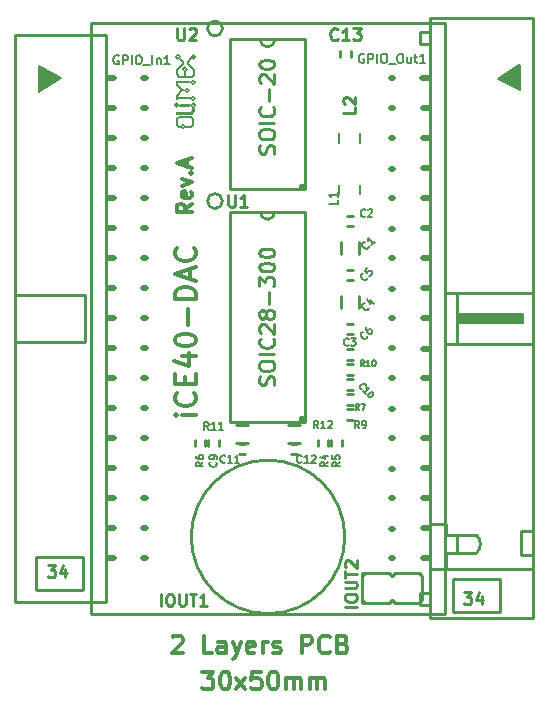
<source format=gbr>
G04 #@! TF.FileFunction,Legend,Top*
%FSLAX46Y46*%
G04 Gerber Fmt 4.6, Leading zero omitted, Abs format (unit mm)*
G04 Created by KiCad (PCBNEW 4.0.1-3.201512221401+6198~38~ubuntu15.10.1-stable) date Thu 31 Mar 2016 03:59:41 PM EEST*
%MOMM*%
G01*
G04 APERTURE LIST*
%ADD10C,0.100000*%
%ADD11C,0.300000*%
%ADD12C,0.254000*%
%ADD13C,0.500000*%
%ADD14C,0.150000*%
%ADD15C,0.127000*%
%ADD16C,0.012700*%
%ADD17C,0.062500*%
%ADD18C,0.010000*%
%ADD19C,0.200000*%
%ADD20C,0.158750*%
%ADD21C,0.250000*%
%ADD22C,0.222250*%
%ADD23C,0.190500*%
G04 APERTURE END LIST*
D10*
D11*
X133543524Y-85301666D02*
X132938762Y-85724999D01*
X133543524Y-86027380D02*
X132273524Y-86027380D01*
X132273524Y-85543571D01*
X132334000Y-85422618D01*
X132394476Y-85362142D01*
X132515429Y-85301666D01*
X132696857Y-85301666D01*
X132817810Y-85362142D01*
X132878286Y-85422618D01*
X132938762Y-85543571D01*
X132938762Y-86027380D01*
X133483048Y-84273571D02*
X133543524Y-84394523D01*
X133543524Y-84636428D01*
X133483048Y-84757380D01*
X133362095Y-84817856D01*
X132878286Y-84817856D01*
X132757333Y-84757380D01*
X132696857Y-84636428D01*
X132696857Y-84394523D01*
X132757333Y-84273571D01*
X132878286Y-84213094D01*
X132999238Y-84213094D01*
X133120190Y-84817856D01*
X132696857Y-83789761D02*
X133543524Y-83487380D01*
X132696857Y-83185000D01*
X133422571Y-82701190D02*
X133483048Y-82640714D01*
X133543524Y-82701190D01*
X133483048Y-82761666D01*
X133422571Y-82701190D01*
X133543524Y-82701190D01*
X133180667Y-82156904D02*
X133180667Y-81552142D01*
X133543524Y-82277857D02*
X132273524Y-81854523D01*
X133543524Y-81431190D01*
X133900333Y-103166333D02*
X132715000Y-103166333D01*
X132122333Y-103166333D02*
X132207000Y-103250999D01*
X132291667Y-103166333D01*
X132207000Y-103081666D01*
X132122333Y-103166333D01*
X132291667Y-103166333D01*
X133731000Y-101303666D02*
X133815667Y-101388332D01*
X133900333Y-101642332D01*
X133900333Y-101811666D01*
X133815667Y-102065666D01*
X133646333Y-102234999D01*
X133477000Y-102319666D01*
X133138333Y-102404332D01*
X132884333Y-102404332D01*
X132545667Y-102319666D01*
X132376333Y-102234999D01*
X132207000Y-102065666D01*
X132122333Y-101811666D01*
X132122333Y-101642332D01*
X132207000Y-101388332D01*
X132291667Y-101303666D01*
X132969000Y-100541666D02*
X132969000Y-99948999D01*
X133900333Y-99694999D02*
X133900333Y-100541666D01*
X132122333Y-100541666D01*
X132122333Y-99694999D01*
X132715000Y-98170999D02*
X133900333Y-98170999D01*
X132037667Y-98594332D02*
X133307667Y-99017665D01*
X133307667Y-97916999D01*
X132122333Y-96900999D02*
X132122333Y-96731666D01*
X132207000Y-96562332D01*
X132291667Y-96477666D01*
X132461000Y-96392999D01*
X132799667Y-96308332D01*
X133223000Y-96308332D01*
X133561667Y-96392999D01*
X133731000Y-96477666D01*
X133815667Y-96562332D01*
X133900333Y-96731666D01*
X133900333Y-96900999D01*
X133815667Y-97070332D01*
X133731000Y-97154999D01*
X133561667Y-97239666D01*
X133223000Y-97324332D01*
X132799667Y-97324332D01*
X132461000Y-97239666D01*
X132291667Y-97154999D01*
X132207000Y-97070332D01*
X132122333Y-96900999D01*
X133223000Y-95546333D02*
X133223000Y-94191666D01*
X133900333Y-93345000D02*
X132122333Y-93345000D01*
X132122333Y-92921666D01*
X132207000Y-92667666D01*
X132376333Y-92498333D01*
X132545667Y-92413666D01*
X132884333Y-92329000D01*
X133138333Y-92329000D01*
X133477000Y-92413666D01*
X133646333Y-92498333D01*
X133815667Y-92667666D01*
X133900333Y-92921666D01*
X133900333Y-93345000D01*
X133392333Y-91651666D02*
X133392333Y-90805000D01*
X133900333Y-91821000D02*
X132122333Y-91228333D01*
X133900333Y-90635666D01*
X133731000Y-89027000D02*
X133815667Y-89111666D01*
X133900333Y-89365666D01*
X133900333Y-89535000D01*
X133815667Y-89789000D01*
X133646333Y-89958333D01*
X133477000Y-90043000D01*
X133138333Y-90127666D01*
X132884333Y-90127666D01*
X132545667Y-90043000D01*
X132376333Y-89958333D01*
X132207000Y-89789000D01*
X132122333Y-89535000D01*
X132122333Y-89365666D01*
X132207000Y-89111666D01*
X132291667Y-89027000D01*
D12*
X142875000Y-103378000D02*
X142875000Y-103759000D01*
X142748000Y-103378000D02*
X142748000Y-103759000D01*
X143129000Y-103378000D02*
X142748000Y-103378000D01*
X142875000Y-83947000D02*
X142875000Y-84074000D01*
X142875000Y-83693000D02*
X142875000Y-83947000D01*
X142748000Y-83693000D02*
X142748000Y-84074000D01*
X143129000Y-83693000D02*
X142748000Y-83693000D01*
D11*
X131926143Y-122003429D02*
X131997572Y-121932000D01*
X132140429Y-121860571D01*
X132497572Y-121860571D01*
X132640429Y-121932000D01*
X132711858Y-122003429D01*
X132783286Y-122146286D01*
X132783286Y-122289143D01*
X132711858Y-122503429D01*
X131854715Y-123360571D01*
X132783286Y-123360571D01*
X135283286Y-123360571D02*
X134569000Y-123360571D01*
X134569000Y-121860571D01*
X136426143Y-123360571D02*
X136426143Y-122574857D01*
X136354714Y-122432000D01*
X136211857Y-122360571D01*
X135926143Y-122360571D01*
X135783286Y-122432000D01*
X136426143Y-123289143D02*
X136283286Y-123360571D01*
X135926143Y-123360571D01*
X135783286Y-123289143D01*
X135711857Y-123146286D01*
X135711857Y-123003429D01*
X135783286Y-122860571D01*
X135926143Y-122789143D01*
X136283286Y-122789143D01*
X136426143Y-122717714D01*
X136997572Y-122360571D02*
X137354715Y-123360571D01*
X137711857Y-122360571D02*
X137354715Y-123360571D01*
X137211857Y-123717714D01*
X137140429Y-123789143D01*
X136997572Y-123860571D01*
X138854714Y-123289143D02*
X138711857Y-123360571D01*
X138426143Y-123360571D01*
X138283286Y-123289143D01*
X138211857Y-123146286D01*
X138211857Y-122574857D01*
X138283286Y-122432000D01*
X138426143Y-122360571D01*
X138711857Y-122360571D01*
X138854714Y-122432000D01*
X138926143Y-122574857D01*
X138926143Y-122717714D01*
X138211857Y-122860571D01*
X139569000Y-123360571D02*
X139569000Y-122360571D01*
X139569000Y-122646286D02*
X139640428Y-122503429D01*
X139711857Y-122432000D01*
X139854714Y-122360571D01*
X139997571Y-122360571D01*
X140426142Y-123289143D02*
X140568999Y-123360571D01*
X140854714Y-123360571D01*
X140997571Y-123289143D01*
X141068999Y-123146286D01*
X141068999Y-123074857D01*
X140997571Y-122932000D01*
X140854714Y-122860571D01*
X140640428Y-122860571D01*
X140497571Y-122789143D01*
X140426142Y-122646286D01*
X140426142Y-122574857D01*
X140497571Y-122432000D01*
X140640428Y-122360571D01*
X140854714Y-122360571D01*
X140997571Y-122432000D01*
X142854714Y-123360571D02*
X142854714Y-121860571D01*
X143426142Y-121860571D01*
X143569000Y-121932000D01*
X143640428Y-122003429D01*
X143711857Y-122146286D01*
X143711857Y-122360571D01*
X143640428Y-122503429D01*
X143569000Y-122574857D01*
X143426142Y-122646286D01*
X142854714Y-122646286D01*
X145211857Y-123217714D02*
X145140428Y-123289143D01*
X144926142Y-123360571D01*
X144783285Y-123360571D01*
X144569000Y-123289143D01*
X144426142Y-123146286D01*
X144354714Y-123003429D01*
X144283285Y-122717714D01*
X144283285Y-122503429D01*
X144354714Y-122217714D01*
X144426142Y-122074857D01*
X144569000Y-121932000D01*
X144783285Y-121860571D01*
X144926142Y-121860571D01*
X145140428Y-121932000D01*
X145211857Y-122003429D01*
X146354714Y-122574857D02*
X146569000Y-122646286D01*
X146640428Y-122717714D01*
X146711857Y-122860571D01*
X146711857Y-123074857D01*
X146640428Y-123217714D01*
X146569000Y-123289143D01*
X146426142Y-123360571D01*
X145854714Y-123360571D01*
X145854714Y-121860571D01*
X146354714Y-121860571D01*
X146497571Y-121932000D01*
X146569000Y-122003429D01*
X146640428Y-122146286D01*
X146640428Y-122289143D01*
X146569000Y-122432000D01*
X146497571Y-122503429D01*
X146354714Y-122574857D01*
X145854714Y-122574857D01*
X134450001Y-124908571D02*
X135378572Y-124908571D01*
X134878572Y-125480000D01*
X135092858Y-125480000D01*
X135235715Y-125551429D01*
X135307144Y-125622857D01*
X135378572Y-125765714D01*
X135378572Y-126122857D01*
X135307144Y-126265714D01*
X135235715Y-126337143D01*
X135092858Y-126408571D01*
X134664286Y-126408571D01*
X134521429Y-126337143D01*
X134450001Y-126265714D01*
X136307143Y-124908571D02*
X136450000Y-124908571D01*
X136592857Y-124980000D01*
X136664286Y-125051429D01*
X136735715Y-125194286D01*
X136807143Y-125480000D01*
X136807143Y-125837143D01*
X136735715Y-126122857D01*
X136664286Y-126265714D01*
X136592857Y-126337143D01*
X136450000Y-126408571D01*
X136307143Y-126408571D01*
X136164286Y-126337143D01*
X136092857Y-126265714D01*
X136021429Y-126122857D01*
X135950000Y-125837143D01*
X135950000Y-125480000D01*
X136021429Y-125194286D01*
X136092857Y-125051429D01*
X136164286Y-124980000D01*
X136307143Y-124908571D01*
X137307143Y-126408571D02*
X138092857Y-125408571D01*
X137307143Y-125408571D02*
X138092857Y-126408571D01*
X139378572Y-124908571D02*
X138664286Y-124908571D01*
X138592857Y-125622857D01*
X138664286Y-125551429D01*
X138807143Y-125480000D01*
X139164286Y-125480000D01*
X139307143Y-125551429D01*
X139378572Y-125622857D01*
X139450000Y-125765714D01*
X139450000Y-126122857D01*
X139378572Y-126265714D01*
X139307143Y-126337143D01*
X139164286Y-126408571D01*
X138807143Y-126408571D01*
X138664286Y-126337143D01*
X138592857Y-126265714D01*
X140378571Y-124908571D02*
X140521428Y-124908571D01*
X140664285Y-124980000D01*
X140735714Y-125051429D01*
X140807143Y-125194286D01*
X140878571Y-125480000D01*
X140878571Y-125837143D01*
X140807143Y-126122857D01*
X140735714Y-126265714D01*
X140664285Y-126337143D01*
X140521428Y-126408571D01*
X140378571Y-126408571D01*
X140235714Y-126337143D01*
X140164285Y-126265714D01*
X140092857Y-126122857D01*
X140021428Y-125837143D01*
X140021428Y-125480000D01*
X140092857Y-125194286D01*
X140164285Y-125051429D01*
X140235714Y-124980000D01*
X140378571Y-124908571D01*
X141521428Y-126408571D02*
X141521428Y-125408571D01*
X141521428Y-125551429D02*
X141592856Y-125480000D01*
X141735714Y-125408571D01*
X141949999Y-125408571D01*
X142092856Y-125480000D01*
X142164285Y-125622857D01*
X142164285Y-126408571D01*
X142164285Y-125622857D02*
X142235714Y-125480000D01*
X142378571Y-125408571D01*
X142592856Y-125408571D01*
X142735714Y-125480000D01*
X142807142Y-125622857D01*
X142807142Y-126408571D01*
X143521428Y-126408571D02*
X143521428Y-125408571D01*
X143521428Y-125551429D02*
X143592856Y-125480000D01*
X143735714Y-125408571D01*
X143949999Y-125408571D01*
X144092856Y-125480000D01*
X144164285Y-125622857D01*
X144164285Y-126408571D01*
X144164285Y-125622857D02*
X144235714Y-125480000D01*
X144378571Y-125408571D01*
X144592856Y-125408571D01*
X144735714Y-125480000D01*
X144807142Y-125622857D01*
X144807142Y-126408571D01*
D12*
X125000000Y-120000000D02*
X125000000Y-70000000D01*
X155000000Y-120000000D02*
X125000000Y-120000000D01*
X155000000Y-70000000D02*
X155000000Y-120000000D01*
X125000000Y-70000000D02*
X155000000Y-70000000D01*
D13*
X150596600Y-84848700D02*
X150393400Y-84848700D01*
X150596600Y-82321400D02*
X150393400Y-82321400D01*
X150596600Y-79756000D02*
X150393400Y-79756000D01*
X150596600Y-77216000D02*
X150393400Y-77216000D01*
X150596600Y-74676000D02*
X150393400Y-74676000D01*
X153581100Y-115328700D02*
X153085800Y-115328700D01*
X153581100Y-97561400D02*
X153085800Y-97561400D01*
X153581100Y-94996000D02*
X153085800Y-94996000D01*
X153581100Y-92456000D02*
X153085800Y-92456000D01*
X153555700Y-74676000D02*
X153060400Y-74676000D01*
D12*
X153568400Y-118237000D02*
X152895300Y-118237000D01*
X152895300Y-118237000D02*
X152895300Y-119240300D01*
X152895300Y-119240300D02*
X153568400Y-119240300D01*
X153555700Y-70751700D02*
X152895300Y-70751700D01*
X152895300Y-70751700D02*
X152895300Y-71755000D01*
X152895300Y-71755000D02*
X153568400Y-71755000D01*
X155661360Y-117083840D02*
X155666440Y-119882920D01*
X155666440Y-119882920D02*
X159672020Y-119888000D01*
X159672020Y-119888000D02*
X159669480Y-117083840D01*
X159669480Y-117083840D02*
X155663900Y-117083840D01*
X161417000Y-113030000D02*
X161417000Y-115062000D01*
X161422080Y-115062000D02*
X162433000Y-115062000D01*
X162433000Y-113030000D02*
X161432240Y-113030000D01*
X157683200Y-114835940D02*
G75*
G03X157683200Y-113372900I-731520J731520D01*
G01*
X156022040Y-114866420D02*
X157596840Y-114866420D01*
X156001720Y-113317020D02*
X157596840Y-113322100D01*
X155087320Y-113311940D02*
X156027120Y-113317020D01*
X156027120Y-113317020D02*
X156027120Y-114876580D01*
X156027120Y-114876580D02*
X155097480Y-114876580D01*
X155100020Y-116230400D02*
X155100020Y-114874040D01*
X155087320Y-112420400D02*
X155087320Y-113311940D01*
D14*
X158910020Y-94884240D02*
X156674820Y-94856300D01*
D12*
X162433000Y-116248180D02*
X153720800Y-116248180D01*
D14*
X156865320Y-94871540D02*
X156090620Y-94858840D01*
X156090620Y-94858840D02*
X156093160Y-95250000D01*
X160845500Y-74437240D02*
X161109660Y-74114660D01*
X161163000Y-75150980D02*
X160967420Y-75044300D01*
X159900620Y-74754740D02*
X159603440Y-74693780D01*
X161256980Y-73718420D02*
X159710120Y-74693780D01*
X159710120Y-74693780D02*
X161256980Y-75509120D01*
X161256980Y-75509120D02*
X161264600Y-73847960D01*
X161264600Y-73847960D02*
X159923480Y-74678540D01*
X159923480Y-74678540D02*
X161180780Y-75349100D01*
X161180780Y-75349100D02*
X161165540Y-73977500D01*
X161165540Y-73977500D02*
X160136840Y-74678540D01*
X160136840Y-74678540D02*
X161112200Y-75219560D01*
X161112200Y-75219560D02*
X161058860Y-74190860D01*
X161058860Y-74190860D02*
X160312100Y-74716640D01*
X160312100Y-74716640D02*
X161051240Y-75006200D01*
X161051240Y-75006200D02*
X160967420Y-74419460D01*
X160967420Y-74419460D02*
X160525460Y-74709020D01*
X160525460Y-74709020D02*
X160975040Y-74853800D01*
X160975040Y-74853800D02*
X160929320Y-74571860D01*
X160929320Y-74571860D02*
X160822640Y-74747120D01*
X160822640Y-74747120D02*
X160754060Y-74640440D01*
X160754060Y-74640440D02*
X160746440Y-74648060D01*
X161335720Y-73738740D02*
X161340800Y-73545700D01*
X161340800Y-73703180D02*
X161340800Y-75699620D01*
X161340800Y-75699620D02*
X159451040Y-74693780D01*
X159451040Y-74693780D02*
X161264600Y-73566020D01*
X161264600Y-73566020D02*
X161340800Y-73520300D01*
X161523680Y-95283020D02*
X156143960Y-95237300D01*
X161508440Y-95161100D02*
X156143960Y-95145860D01*
X161508440Y-95039180D02*
X156113480Y-95023940D01*
X161508440Y-94917260D02*
X156128720Y-94932500D01*
X161554160Y-94780100D02*
X156083000Y-94780100D01*
X155996640Y-94640400D02*
X161554160Y-94640400D01*
X161554160Y-94640400D02*
X161554160Y-95351600D01*
X161554160Y-95351600D02*
X156006800Y-95351600D01*
D12*
X155989020Y-92854780D02*
X155989020Y-97155000D01*
X155087320Y-112420400D02*
X153753820Y-112420400D01*
X154965400Y-97155000D02*
X162433000Y-97155000D01*
X154965400Y-92837000D02*
X162433000Y-92837000D01*
X154962860Y-97155000D02*
X154962860Y-92837000D01*
X153720800Y-120396000D02*
X162433000Y-120396000D01*
X153720800Y-69596000D02*
X162433000Y-69596000D01*
X162433000Y-69596000D02*
X162433000Y-120396000D01*
X153720800Y-69596000D02*
X153720800Y-120396000D01*
D13*
X153581100Y-89916000D02*
X153085800Y-89916000D01*
X153581100Y-87376000D02*
X153085800Y-87376000D01*
X153581100Y-84836000D02*
X153085800Y-84836000D01*
X153581100Y-82296000D02*
X153085800Y-82296000D01*
X153581100Y-79756000D02*
X153085800Y-79756000D01*
X153581100Y-77216000D02*
X153085800Y-77216000D01*
X150596600Y-87401400D02*
X150393400Y-87401400D01*
X150596600Y-89928700D02*
X150393400Y-89928700D01*
X150596600Y-92481400D02*
X150393400Y-92481400D01*
X150596600Y-95008700D02*
X150393400Y-95008700D01*
X150596600Y-97536000D02*
X150393400Y-97536000D01*
X150596600Y-105168700D02*
X150393400Y-105168700D01*
X150596600Y-112801400D02*
X150393400Y-112801400D01*
X150596600Y-115328700D02*
X150393400Y-115328700D01*
X150596600Y-110248700D02*
X150393400Y-110248700D01*
X150596600Y-107721400D02*
X150393400Y-107721400D01*
X150596600Y-100076000D02*
X150393400Y-100076000D01*
X150596600Y-102641400D02*
X150393400Y-102641400D01*
X153581100Y-100076000D02*
X153085800Y-100076000D01*
X153581100Y-102616000D02*
X153085800Y-102616000D01*
X153581100Y-105156000D02*
X153085800Y-105156000D01*
X153581100Y-107696000D02*
X153085800Y-107696000D01*
X153581100Y-110236000D02*
X153085800Y-110236000D01*
X153581100Y-112776000D02*
X153085800Y-112776000D01*
D12*
X147701000Y-89535000D02*
X147701000Y-88519000D01*
X146177000Y-89535000D02*
X146177000Y-88519000D01*
X142240000Y-106489500D02*
X142494000Y-106489500D01*
X142240000Y-106489500D02*
X141986000Y-106489500D01*
X142240000Y-105600500D02*
X141986000Y-105600500D01*
X142240000Y-105600500D02*
X142494000Y-105600500D01*
X144208500Y-105537000D02*
X144208500Y-105791000D01*
X144208500Y-105537000D02*
X144208500Y-105283000D01*
X145097500Y-105537000D02*
X145097500Y-105283000D01*
X145097500Y-105537000D02*
X145097500Y-105791000D01*
X145351500Y-105537000D02*
X145351500Y-105791000D01*
X145351500Y-105537000D02*
X145351500Y-105283000D01*
X146240500Y-105537000D02*
X146240500Y-105283000D01*
X146240500Y-105537000D02*
X146240500Y-105791000D01*
X133794500Y-105537000D02*
X133794500Y-105791000D01*
X133794500Y-105537000D02*
X133794500Y-105283000D01*
X134683500Y-105537000D02*
X134683500Y-105283000D01*
X134683500Y-105537000D02*
X134683500Y-105791000D01*
X146939000Y-101409500D02*
X146685000Y-101409500D01*
X146939000Y-101409500D02*
X147193000Y-101409500D01*
X146939000Y-102298500D02*
X147193000Y-102298500D01*
X146939000Y-102298500D02*
X146685000Y-102298500D01*
X146939000Y-102679500D02*
X146685000Y-102679500D01*
X146939000Y-102679500D02*
X147193000Y-102679500D01*
X146939000Y-103568500D02*
X147193000Y-103568500D01*
X146939000Y-103568500D02*
X146685000Y-103568500D01*
X146939000Y-87185500D02*
X147193000Y-87185500D01*
X146939000Y-87185500D02*
X146685000Y-87185500D01*
X146939000Y-86296500D02*
X146685000Y-86296500D01*
X146939000Y-86296500D02*
X147193000Y-86296500D01*
X147701000Y-94107000D02*
X147701000Y-93091000D01*
X146177000Y-94107000D02*
X146177000Y-93091000D01*
X146939000Y-91757500D02*
X147193000Y-91757500D01*
X146939000Y-91757500D02*
X146685000Y-91757500D01*
X146939000Y-90868500D02*
X146685000Y-90868500D01*
X146939000Y-90868500D02*
X147193000Y-90868500D01*
X146939000Y-95440500D02*
X146685000Y-95440500D01*
X146939000Y-95440500D02*
X147193000Y-95440500D01*
X146939000Y-96329500D02*
X147193000Y-96329500D01*
X146939000Y-96329500D02*
X146685000Y-96329500D01*
X146939000Y-100139500D02*
X146685000Y-100139500D01*
X146939000Y-100139500D02*
X147193000Y-100139500D01*
X146939000Y-101028500D02*
X147193000Y-101028500D01*
X146939000Y-101028500D02*
X146685000Y-101028500D01*
D15*
X147828000Y-84505800D02*
X147828000Y-83667600D01*
X146050000Y-84505800D02*
X146050000Y-83667600D01*
D12*
X146939000Y-97599500D02*
X146685000Y-97599500D01*
X146939000Y-97599500D02*
X147193000Y-97599500D01*
X146939000Y-98488500D02*
X147193000Y-98488500D01*
X146939000Y-98488500D02*
X146685000Y-98488500D01*
X135826500Y-105537000D02*
X135826500Y-105283000D01*
X135826500Y-105537000D02*
X135826500Y-105791000D01*
X134937500Y-105537000D02*
X134937500Y-105791000D01*
X134937500Y-105537000D02*
X134937500Y-105283000D01*
X137795000Y-105600500D02*
X137541000Y-105600500D01*
X137795000Y-105600500D02*
X138049000Y-105600500D01*
X137795000Y-106489500D02*
X138049000Y-106489500D01*
X137795000Y-106489500D02*
X137541000Y-106489500D01*
X146500000Y-113500000D02*
G75*
G03X146500000Y-113500000I-6500000J0D01*
G01*
D15*
X146050000Y-79324200D02*
X146050000Y-80162400D01*
X147828000Y-79324200D02*
X147828000Y-80162400D01*
D12*
X146939000Y-98869500D02*
X146685000Y-98869500D01*
X146939000Y-98869500D02*
X147193000Y-98869500D01*
X146939000Y-99758500D02*
X147193000Y-99758500D01*
X146939000Y-99758500D02*
X146685000Y-99758500D01*
X138303000Y-104013000D02*
X137287000Y-104013000D01*
X138303000Y-105537000D02*
X137287000Y-105537000D01*
X141732000Y-105537000D02*
X142748000Y-105537000D01*
X141732000Y-104013000D02*
X142748000Y-104013000D01*
X147002500Y-72644000D02*
X147002500Y-72390000D01*
X147002500Y-72644000D02*
X147002500Y-72898000D01*
X146113500Y-72644000D02*
X146113500Y-72898000D01*
X146113500Y-72644000D02*
X146113500Y-72390000D01*
X139954000Y-72009000D02*
G75*
G03X140589000Y-71374000I0J635000D01*
G01*
X139319000Y-71374000D02*
G75*
G03X139954000Y-72009000I635000J0D01*
G01*
X136144000Y-70459600D02*
G75*
G03X136144000Y-70459600I-635000J0D01*
G01*
X136779000Y-71374000D02*
X143129000Y-71374000D01*
X143129000Y-71374000D02*
X143129000Y-84074000D01*
X143129000Y-84074000D02*
X136779000Y-84074000D01*
X136779000Y-84074000D02*
X136779000Y-71374000D01*
X147955000Y-116586000D02*
X148209000Y-116586000D01*
X148209000Y-116586000D02*
X150241000Y-116586000D01*
X150241000Y-116586000D02*
X150495000Y-116840000D01*
X150495000Y-116840000D02*
X150749000Y-116586000D01*
X150749000Y-116586000D02*
X152781000Y-116586000D01*
X152781000Y-116586000D02*
X153035000Y-116840000D01*
X153035000Y-116840000D02*
X153035000Y-118872000D01*
X147955000Y-116840000D02*
X148209000Y-116586000D01*
X148209000Y-119126000D02*
X147955000Y-118872000D01*
X148463000Y-119126000D02*
X147955000Y-119126000D01*
X152781000Y-119126000D02*
X150749000Y-119126000D01*
X150749000Y-119126000D02*
X150495000Y-118872000D01*
X150495000Y-118872000D02*
X150241000Y-119126000D01*
X150241000Y-119126000D02*
X148463000Y-119126000D01*
X152781000Y-119126000D02*
X153035000Y-118872000D01*
X147955000Y-116586000D02*
X147955000Y-119126000D01*
X139954000Y-86614000D02*
G75*
G03X140589000Y-85979000I0J635000D01*
G01*
X139319000Y-85979000D02*
G75*
G03X139954000Y-86614000I635000J0D01*
G01*
X136144000Y-85064600D02*
G75*
G03X136144000Y-85064600I-635000J0D01*
G01*
X136779000Y-85979000D02*
X143129000Y-85979000D01*
X143129000Y-85979000D02*
X143129000Y-103759000D01*
X143129000Y-103759000D02*
X136779000Y-103759000D01*
X136779000Y-103759000D02*
X136779000Y-85979000D01*
D16*
X132194300Y-74917300D02*
X132209540Y-74917300D01*
X132196840Y-74932540D02*
X132196840Y-74912220D01*
X132191760Y-74909680D02*
X132222240Y-74909680D01*
X132186680Y-74945240D02*
X132186680Y-74907140D01*
X132176520Y-74985880D02*
X132176520Y-74899520D01*
X132176520Y-74899520D02*
X132273040Y-74899520D01*
X132201920Y-76446380D02*
X132201920Y-76431140D01*
X132181600Y-76448920D02*
X132222240Y-76448920D01*
X132189220Y-76405740D02*
X132189220Y-76451460D01*
X132273040Y-76459080D02*
X132176520Y-76459080D01*
X132176520Y-76459080D02*
X132176520Y-76131420D01*
X133271260Y-77030580D02*
X133271260Y-76845160D01*
X133283960Y-77030580D02*
X133283960Y-76847700D01*
X133296660Y-77030580D02*
X133296660Y-76847700D01*
X133309360Y-77028040D02*
X133309360Y-76845160D01*
X133322060Y-77033120D02*
X132499100Y-77033120D01*
X133225540Y-76842620D02*
X133322060Y-76842620D01*
X133322060Y-76842620D02*
X133322060Y-77033120D01*
X132196840Y-77530960D02*
X132275580Y-77530960D01*
X132196840Y-77716380D02*
X132270500Y-77716380D01*
D17*
X132227320Y-77599540D02*
X132227320Y-77551280D01*
X132224780Y-77696060D02*
X132224780Y-77647800D01*
D18*
X132194300Y-77622400D02*
X132194300Y-77520800D01*
X132194300Y-77520800D02*
X133451600Y-77520800D01*
X133743700Y-77470000D02*
X133731000Y-77482700D01*
X133743700Y-77482700D02*
X133743700Y-77165200D01*
X133527800Y-77711300D02*
X133502400Y-77724000D01*
X133489700Y-77724000D02*
X133502400Y-77724000D01*
X133502400Y-77724000D02*
X133515100Y-77724000D01*
X133515100Y-77724000D02*
X133743700Y-77482700D01*
X132194300Y-77622400D02*
X132194300Y-77724000D01*
X132194300Y-77724000D02*
X133489700Y-77724000D01*
D19*
X133654800Y-78117700D02*
X133654800Y-78613000D01*
X133654800Y-78613000D02*
X133515100Y-78765400D01*
X132613400Y-78765400D02*
X132448300Y-78765400D01*
X132448300Y-78765400D02*
X132295900Y-78613000D01*
X132295900Y-78613000D02*
X132295900Y-78130400D01*
D14*
X133141739Y-73888600D02*
G75*
G03X133141739Y-73888600I-172739J0D01*
G01*
D19*
X132969000Y-74091800D02*
X132969000Y-74523600D01*
D14*
X132532139Y-72847200D02*
G75*
G03X132532139Y-72847200I-172739J0D01*
G01*
D19*
X132791200Y-73253600D02*
X132537200Y-72999600D01*
X132791200Y-73456800D02*
X132791200Y-73253600D01*
X132295900Y-73952100D02*
X132791200Y-73456800D01*
X132295900Y-74345800D02*
X132295900Y-73952100D01*
X132981700Y-74523600D02*
X132473700Y-74523600D01*
X132473700Y-74523600D02*
X132295900Y-74345800D01*
X133540500Y-74523600D02*
X132969000Y-74523600D01*
X133718300Y-74358500D02*
X133540500Y-74523600D01*
X133718300Y-73964800D02*
X133718300Y-74358500D01*
X133210300Y-73456800D02*
X133718300Y-73964800D01*
X133210300Y-73266300D02*
X133210300Y-73456800D01*
X133502400Y-72974200D02*
X133210300Y-73266300D01*
D14*
X133840239Y-72859900D02*
G75*
G03X133840239Y-72859900I-172739J0D01*
G01*
X133827539Y-74993500D02*
G75*
G03X133827539Y-74993500I-172739J0D01*
G01*
D19*
X132270500Y-74993500D02*
X133400800Y-74993500D01*
X132270500Y-75209400D02*
X132270500Y-74993500D01*
D14*
X133319539Y-75692000D02*
G75*
G03X133319539Y-75692000I-172739J0D01*
G01*
D19*
X132740400Y-75692000D02*
X132270500Y-75209400D01*
X132715000Y-75692000D02*
X132918200Y-75692000D01*
X132270500Y-76136500D02*
X132715000Y-75692000D01*
X132270500Y-76365100D02*
X132270500Y-76136500D01*
X133438900Y-76365100D02*
X132270500Y-76365100D01*
D14*
X133827539Y-76365100D02*
G75*
G03X133827539Y-76365100I-172739J0D01*
G01*
X132455939Y-76936600D02*
G75*
G03X132455939Y-76936600I-172739J0D01*
G01*
D19*
X132511800Y-76936600D02*
X133223000Y-76936600D01*
D14*
X133827539Y-76936600D02*
G75*
G03X133827539Y-76936600I-172739J0D01*
G01*
D19*
X133642100Y-77444600D02*
X133642100Y-77165200D01*
X133477000Y-77622400D02*
X133642100Y-77444600D01*
X132295900Y-77622400D02*
X133477000Y-77622400D01*
X133045200Y-78765400D02*
X133489700Y-78765400D01*
X133654800Y-78117700D02*
X133515100Y-77978000D01*
X132486400Y-77978000D02*
X133489700Y-77978000D01*
X132297700Y-78130400D02*
X132448300Y-77978000D01*
D14*
X132989339Y-78765400D02*
G75*
G03X132989339Y-78765400I-172739J0D01*
G01*
D13*
X129438400Y-105143300D02*
X129641600Y-105143300D01*
X129438400Y-107670600D02*
X129641600Y-107670600D01*
X129438400Y-110236000D02*
X129641600Y-110236000D01*
X129438400Y-112776000D02*
X129641600Y-112776000D01*
X129438400Y-115316000D02*
X129641600Y-115316000D01*
X126453900Y-74663300D02*
X126949200Y-74663300D01*
X126453900Y-92430600D02*
X126949200Y-92430600D01*
X126453900Y-94996000D02*
X126949200Y-94996000D01*
X126453900Y-97536000D02*
X126949200Y-97536000D01*
X126479300Y-115316000D02*
X126974600Y-115316000D01*
D12*
X124373640Y-117993160D02*
X124368560Y-115194080D01*
X124368560Y-115194080D02*
X120362980Y-115189000D01*
X120362980Y-115189000D02*
X120365520Y-117993160D01*
X120365520Y-117993160D02*
X124371100Y-117993160D01*
D14*
X121094500Y-74914760D02*
X120830340Y-75237340D01*
X120777000Y-74201020D02*
X120972580Y-74307700D01*
X122039380Y-74597260D02*
X122336560Y-74658220D01*
X120683020Y-75633580D02*
X122229880Y-74658220D01*
X122229880Y-74658220D02*
X120683020Y-73842880D01*
X120683020Y-73842880D02*
X120675400Y-75504040D01*
X120675400Y-75504040D02*
X122016520Y-74673460D01*
X122016520Y-74673460D02*
X120759220Y-74002900D01*
X120759220Y-74002900D02*
X120774460Y-75374500D01*
X120774460Y-75374500D02*
X121803160Y-74673460D01*
X121803160Y-74673460D02*
X120827800Y-74132440D01*
X120827800Y-74132440D02*
X120881140Y-75161140D01*
X120881140Y-75161140D02*
X121627900Y-74635360D01*
X121627900Y-74635360D02*
X120888760Y-74345800D01*
X120888760Y-74345800D02*
X120972580Y-74932540D01*
X120972580Y-74932540D02*
X121414540Y-74642980D01*
X121414540Y-74642980D02*
X120964960Y-74498200D01*
X120964960Y-74498200D02*
X121010680Y-74780140D01*
X121010680Y-74780140D02*
X121117360Y-74604880D01*
X121117360Y-74604880D02*
X121185940Y-74711560D01*
X121185940Y-74711560D02*
X121193560Y-74703940D01*
X120604280Y-75613260D02*
X120599200Y-75806300D01*
X120599200Y-75648820D02*
X120599200Y-73652380D01*
X120599200Y-73652380D02*
X122488960Y-74658220D01*
X122488960Y-74658220D02*
X120675400Y-75785980D01*
X120675400Y-75785980D02*
X120599200Y-75831700D01*
D12*
X124540000Y-92996000D02*
X118540000Y-92996000D01*
X124540000Y-96996000D02*
X118540000Y-96996000D01*
X124540000Y-92996000D02*
X124540000Y-96996000D01*
X126314200Y-70996000D02*
X118540000Y-70996000D01*
X126314200Y-118996000D02*
X118540000Y-118996000D01*
X118540000Y-118996000D02*
X118540000Y-70996000D01*
X126314200Y-118996000D02*
X126314200Y-70996000D01*
D13*
X126453900Y-100076000D02*
X126949200Y-100076000D01*
X126453900Y-102616000D02*
X126949200Y-102616000D01*
X126453900Y-105156000D02*
X126949200Y-105156000D01*
X126453900Y-107696000D02*
X126949200Y-107696000D01*
X126453900Y-110236000D02*
X126949200Y-110236000D01*
X126453900Y-112776000D02*
X126949200Y-112776000D01*
X129438400Y-102590600D02*
X129641600Y-102590600D01*
X129438400Y-100063300D02*
X129641600Y-100063300D01*
X129438400Y-97510600D02*
X129641600Y-97510600D01*
X129438400Y-94983300D02*
X129641600Y-94983300D01*
X129438400Y-92456000D02*
X129641600Y-92456000D01*
X129438400Y-84823300D02*
X129641600Y-84823300D01*
X129438400Y-77190600D02*
X129641600Y-77190600D01*
X129438400Y-74663300D02*
X129641600Y-74663300D01*
X129438400Y-79743300D02*
X129641600Y-79743300D01*
X129438400Y-82270600D02*
X129641600Y-82270600D01*
X129438400Y-89916000D02*
X129641600Y-89916000D01*
X129438400Y-87350600D02*
X129641600Y-87350600D01*
X126453900Y-89916000D02*
X126949200Y-89916000D01*
X126453900Y-87376000D02*
X126949200Y-87376000D01*
X126453900Y-84836000D02*
X126949200Y-84836000D01*
X126453900Y-82296000D02*
X126949200Y-82296000D01*
X126453900Y-79756000D02*
X126949200Y-79756000D01*
X126453900Y-77216000D02*
X126949200Y-77216000D01*
D20*
X148118285Y-72644000D02*
X148045714Y-72607714D01*
X147936857Y-72607714D01*
X147828000Y-72644000D01*
X147755428Y-72716571D01*
X147719143Y-72789143D01*
X147682857Y-72934286D01*
X147682857Y-73043143D01*
X147719143Y-73188286D01*
X147755428Y-73260857D01*
X147828000Y-73333429D01*
X147936857Y-73369714D01*
X148009428Y-73369714D01*
X148118285Y-73333429D01*
X148154571Y-73297143D01*
X148154571Y-73043143D01*
X148009428Y-73043143D01*
X148481143Y-73369714D02*
X148481143Y-72607714D01*
X148771428Y-72607714D01*
X148844000Y-72644000D01*
X148880285Y-72680286D01*
X148916571Y-72752857D01*
X148916571Y-72861714D01*
X148880285Y-72934286D01*
X148844000Y-72970571D01*
X148771428Y-73006857D01*
X148481143Y-73006857D01*
X149243143Y-73369714D02*
X149243143Y-72607714D01*
X149751142Y-72607714D02*
X149896285Y-72607714D01*
X149968857Y-72644000D01*
X150041428Y-72716571D01*
X150077714Y-72861714D01*
X150077714Y-73115714D01*
X150041428Y-73260857D01*
X149968857Y-73333429D01*
X149896285Y-73369714D01*
X149751142Y-73369714D01*
X149678571Y-73333429D01*
X149606000Y-73260857D01*
X149569714Y-73115714D01*
X149569714Y-72861714D01*
X149606000Y-72716571D01*
X149678571Y-72644000D01*
X149751142Y-72607714D01*
X150222857Y-73442286D02*
X150803428Y-73442286D01*
X151129999Y-72607714D02*
X151275142Y-72607714D01*
X151347714Y-72644000D01*
X151420285Y-72716571D01*
X151456571Y-72861714D01*
X151456571Y-73115714D01*
X151420285Y-73260857D01*
X151347714Y-73333429D01*
X151275142Y-73369714D01*
X151129999Y-73369714D01*
X151057428Y-73333429D01*
X150984857Y-73260857D01*
X150948571Y-73115714D01*
X150948571Y-72861714D01*
X150984857Y-72716571D01*
X151057428Y-72644000D01*
X151129999Y-72607714D01*
X152109714Y-72861714D02*
X152109714Y-73369714D01*
X151783143Y-72861714D02*
X151783143Y-73260857D01*
X151819428Y-73333429D01*
X151892000Y-73369714D01*
X152000857Y-73369714D01*
X152073428Y-73333429D01*
X152109714Y-73297143D01*
X152363714Y-72861714D02*
X152654000Y-72861714D01*
X152472572Y-72607714D02*
X152472572Y-73260857D01*
X152508857Y-73333429D01*
X152581429Y-73369714D01*
X152654000Y-73369714D01*
X153307143Y-73369714D02*
X152871715Y-73369714D01*
X153089429Y-73369714D02*
X153089429Y-72607714D01*
X153016858Y-72716571D01*
X152944286Y-72789143D01*
X152871715Y-72825429D01*
D12*
X156581324Y-118188619D02*
X157210276Y-118188619D01*
X156871610Y-118575667D01*
X157016752Y-118575667D01*
X157113514Y-118624048D01*
X157161895Y-118672429D01*
X157210276Y-118769190D01*
X157210276Y-119011095D01*
X157161895Y-119107857D01*
X157113514Y-119156238D01*
X157016752Y-119204619D01*
X156726467Y-119204619D01*
X156629705Y-119156238D01*
X156581324Y-119107857D01*
X158081133Y-118527286D02*
X158081133Y-119204619D01*
X157839229Y-118140238D02*
X157597324Y-118865952D01*
X158226276Y-118865952D01*
D20*
X148548527Y-88881197D02*
X148548527Y-88923960D01*
X148505763Y-89009487D01*
X148463000Y-89052250D01*
X148377474Y-89095013D01*
X148291948Y-89095013D01*
X148227802Y-89073631D01*
X148120895Y-89009487D01*
X148056750Y-88945342D01*
X147992605Y-88838434D01*
X147971224Y-88774289D01*
X147971224Y-88688763D01*
X148013987Y-88603237D01*
X148056750Y-88560474D01*
X148142277Y-88517710D01*
X148185040Y-88517710D01*
X149018921Y-88496329D02*
X148762342Y-88752908D01*
X148890631Y-88624619D02*
X148441619Y-88175606D01*
X148463000Y-88282513D01*
X148463000Y-88368039D01*
X148441618Y-88432184D01*
X142847786Y-107160786D02*
X142817548Y-107191024D01*
X142726833Y-107221262D01*
X142666357Y-107221262D01*
X142575643Y-107191024D01*
X142515167Y-107130548D01*
X142484928Y-107070071D01*
X142454690Y-106949119D01*
X142454690Y-106858405D01*
X142484928Y-106737452D01*
X142515167Y-106676976D01*
X142575643Y-106616500D01*
X142666357Y-106586262D01*
X142726833Y-106586262D01*
X142817548Y-106616500D01*
X142847786Y-106646738D01*
X143452548Y-107221262D02*
X143089690Y-107221262D01*
X143271119Y-107221262D02*
X143271119Y-106586262D01*
X143210643Y-106676976D01*
X143150167Y-106737452D01*
X143089690Y-106767690D01*
X143694452Y-106646738D02*
X143724690Y-106616500D01*
X143785167Y-106586262D01*
X143936357Y-106586262D01*
X143996833Y-106616500D01*
X144027071Y-106646738D01*
X144057310Y-106707214D01*
X144057310Y-106767690D01*
X144027071Y-106858405D01*
X143664214Y-107221262D01*
X144057310Y-107221262D01*
X145067262Y-107166833D02*
X144764881Y-107378500D01*
X145067262Y-107529691D02*
X144432262Y-107529691D01*
X144432262Y-107287786D01*
X144462500Y-107227310D01*
X144492738Y-107197071D01*
X144553214Y-107166833D01*
X144643929Y-107166833D01*
X144704405Y-107197071D01*
X144734643Y-107227310D01*
X144764881Y-107287786D01*
X144764881Y-107529691D01*
X144643929Y-106622548D02*
X145067262Y-106622548D01*
X144402024Y-106773738D02*
X144855595Y-106924929D01*
X144855595Y-106531833D01*
X146083262Y-107166833D02*
X145780881Y-107378500D01*
X146083262Y-107529691D02*
X145448262Y-107529691D01*
X145448262Y-107287786D01*
X145478500Y-107227310D01*
X145508738Y-107197071D01*
X145569214Y-107166833D01*
X145659929Y-107166833D01*
X145720405Y-107197071D01*
X145750643Y-107227310D01*
X145780881Y-107287786D01*
X145780881Y-107529691D01*
X145448262Y-106592310D02*
X145448262Y-106894691D01*
X145750643Y-106924929D01*
X145720405Y-106894691D01*
X145690167Y-106834214D01*
X145690167Y-106683024D01*
X145720405Y-106622548D01*
X145750643Y-106592310D01*
X145811119Y-106562071D01*
X145962310Y-106562071D01*
X146022786Y-106592310D01*
X146053024Y-106622548D01*
X146083262Y-106683024D01*
X146083262Y-106834214D01*
X146053024Y-106894691D01*
X146022786Y-106924929D01*
X134526262Y-107166833D02*
X134223881Y-107378500D01*
X134526262Y-107529691D02*
X133891262Y-107529691D01*
X133891262Y-107287786D01*
X133921500Y-107227310D01*
X133951738Y-107197071D01*
X134012214Y-107166833D01*
X134102929Y-107166833D01*
X134163405Y-107197071D01*
X134193643Y-107227310D01*
X134223881Y-107287786D01*
X134223881Y-107529691D01*
X133891262Y-106622548D02*
X133891262Y-106743500D01*
X133921500Y-106803976D01*
X133951738Y-106834214D01*
X134042452Y-106894691D01*
X134163405Y-106924929D01*
X134405310Y-106924929D01*
X134465786Y-106894691D01*
X134496024Y-106864452D01*
X134526262Y-106803976D01*
X134526262Y-106683024D01*
X134496024Y-106622548D01*
X134465786Y-106592310D01*
X134405310Y-106562071D01*
X134254119Y-106562071D01*
X134193643Y-106592310D01*
X134163405Y-106622548D01*
X134133167Y-106683024D01*
X134133167Y-106803976D01*
X134163405Y-106864452D01*
X134193643Y-106894691D01*
X134254119Y-106924929D01*
D15*
X147743333Y-102718810D02*
X147574000Y-102476905D01*
X147453047Y-102718810D02*
X147453047Y-102210810D01*
X147646571Y-102210810D01*
X147694952Y-102235000D01*
X147719143Y-102259190D01*
X147743333Y-102307571D01*
X147743333Y-102380143D01*
X147719143Y-102428524D01*
X147694952Y-102452714D01*
X147646571Y-102476905D01*
X147453047Y-102476905D01*
X147912666Y-102210810D02*
X148251333Y-102210810D01*
X148033619Y-102718810D01*
D20*
X147722167Y-104300262D02*
X147510500Y-103997881D01*
X147359309Y-104300262D02*
X147359309Y-103665262D01*
X147601214Y-103665262D01*
X147661690Y-103695500D01*
X147691929Y-103725738D01*
X147722167Y-103786214D01*
X147722167Y-103876929D01*
X147691929Y-103937405D01*
X147661690Y-103967643D01*
X147601214Y-103997881D01*
X147359309Y-103997881D01*
X148024548Y-104300262D02*
X148145500Y-104300262D01*
X148205976Y-104270024D01*
X148236214Y-104239786D01*
X148296690Y-104149071D01*
X148326929Y-104028119D01*
X148326929Y-103786214D01*
X148296690Y-103725738D01*
X148266452Y-103695500D01*
X148205976Y-103665262D01*
X148085024Y-103665262D01*
X148024548Y-103695500D01*
X147994309Y-103725738D01*
X147964071Y-103786214D01*
X147964071Y-103937405D01*
X147994309Y-103997881D01*
X148024548Y-104028119D01*
X148085024Y-104058357D01*
X148205976Y-104058357D01*
X148266452Y-104028119D01*
X148296690Y-103997881D01*
X148326929Y-103937405D01*
X148230167Y-86332786D02*
X148199929Y-86363024D01*
X148109214Y-86393262D01*
X148048738Y-86393262D01*
X147958024Y-86363024D01*
X147897548Y-86302548D01*
X147867309Y-86242071D01*
X147837071Y-86121119D01*
X147837071Y-86030405D01*
X147867309Y-85909452D01*
X147897548Y-85848976D01*
X147958024Y-85788500D01*
X148048738Y-85758262D01*
X148109214Y-85758262D01*
X148199929Y-85788500D01*
X148230167Y-85818738D01*
X148472071Y-85818738D02*
X148502309Y-85788500D01*
X148562786Y-85758262D01*
X148713976Y-85758262D01*
X148774452Y-85788500D01*
X148804690Y-85818738D01*
X148834929Y-85879214D01*
X148834929Y-85939690D01*
X148804690Y-86030405D01*
X148441833Y-86393262D01*
X148834929Y-86393262D01*
X148548527Y-94088197D02*
X148548527Y-94130960D01*
X148505763Y-94216487D01*
X148463000Y-94259250D01*
X148377474Y-94302013D01*
X148291948Y-94302013D01*
X148227802Y-94280631D01*
X148120895Y-94216487D01*
X148056750Y-94152342D01*
X147992605Y-94045434D01*
X147971224Y-93981289D01*
X147971224Y-93895763D01*
X148013987Y-93810237D01*
X148056750Y-93767474D01*
X148142277Y-93724710D01*
X148185040Y-93724710D01*
X148676816Y-93446751D02*
X148976157Y-93746093D01*
X148398856Y-93382606D02*
X148612670Y-93810237D01*
X148890631Y-93532276D01*
X148421527Y-91548197D02*
X148421527Y-91590960D01*
X148378763Y-91676487D01*
X148336000Y-91719250D01*
X148250474Y-91762013D01*
X148164948Y-91762013D01*
X148100802Y-91740631D01*
X147993895Y-91676487D01*
X147929750Y-91612342D01*
X147865605Y-91505434D01*
X147844224Y-91441289D01*
X147844224Y-91355763D01*
X147886987Y-91270237D01*
X147929750Y-91227474D01*
X148015277Y-91184710D01*
X148058040Y-91184710D01*
X148421526Y-90735698D02*
X148207710Y-90949514D01*
X148400144Y-91184711D01*
X148400144Y-91141948D01*
X148421527Y-91077803D01*
X148528434Y-90970895D01*
X148592579Y-90949514D01*
X148635342Y-90949514D01*
X148699487Y-90970895D01*
X148806395Y-91077803D01*
X148827776Y-91141948D01*
X148827776Y-91184711D01*
X148806394Y-91248856D01*
X148699487Y-91355763D01*
X148635342Y-91377145D01*
X148592579Y-91377145D01*
X148421527Y-96501197D02*
X148421527Y-96543960D01*
X148378763Y-96629487D01*
X148336000Y-96672250D01*
X148250474Y-96715013D01*
X148164948Y-96715013D01*
X148100802Y-96693631D01*
X147993895Y-96629487D01*
X147929750Y-96565342D01*
X147865605Y-96458434D01*
X147844224Y-96394289D01*
X147844224Y-96308763D01*
X147886987Y-96223237D01*
X147929750Y-96180474D01*
X148015277Y-96137710D01*
X148058040Y-96137710D01*
X148400144Y-95710080D02*
X148314619Y-95795606D01*
X148293237Y-95859750D01*
X148293237Y-95902513D01*
X148314618Y-96009421D01*
X148378763Y-96116330D01*
X148549816Y-96287382D01*
X148613960Y-96308764D01*
X148656724Y-96308763D01*
X148720868Y-96287381D01*
X148806394Y-96201856D01*
X148827776Y-96137711D01*
X148827776Y-96094948D01*
X148806395Y-96030803D01*
X148699487Y-95923895D01*
X148635342Y-95902514D01*
X148592579Y-95902514D01*
X148528434Y-95923895D01*
X148442908Y-96009421D01*
X148421527Y-96073566D01*
X148421526Y-96116330D01*
X148442907Y-96180474D01*
D15*
X147976789Y-100989368D02*
X147942579Y-100989368D01*
X147874157Y-100955158D01*
X147839947Y-100920947D01*
X147805737Y-100852526D01*
X147805737Y-100784105D01*
X147822842Y-100732789D01*
X147874158Y-100647263D01*
X147925474Y-100595948D01*
X148011000Y-100544631D01*
X148062316Y-100527527D01*
X148130737Y-100527527D01*
X148199157Y-100561737D01*
X148233368Y-100595948D01*
X148267579Y-100664369D01*
X148267579Y-100698579D01*
X148284684Y-101365684D02*
X148079421Y-101160421D01*
X148182052Y-101263053D02*
X148541262Y-100903842D01*
X148455737Y-100920947D01*
X148387315Y-100920947D01*
X148336000Y-100903842D01*
X148866262Y-101228842D02*
X148900473Y-101263053D01*
X148917578Y-101314368D01*
X148917579Y-101348579D01*
X148900473Y-101399894D01*
X148849158Y-101485421D01*
X148763631Y-101570947D01*
X148678105Y-101622263D01*
X148626789Y-101639369D01*
X148592579Y-101639368D01*
X148541262Y-101622263D01*
X148507052Y-101588052D01*
X148489947Y-101536736D01*
X148489947Y-101502526D01*
X148507052Y-101451210D01*
X148558368Y-101365684D01*
X148643895Y-101280158D01*
X148729421Y-101228841D01*
X148780737Y-101211737D01*
X148814947Y-101211737D01*
X148866262Y-101228842D01*
D20*
X145886714Y-84962999D02*
X145886714Y-85325856D01*
X145124714Y-85325856D01*
X145886714Y-84309857D02*
X145886714Y-84745285D01*
X145886714Y-84527571D02*
X145124714Y-84527571D01*
X145233571Y-84600142D01*
X145306143Y-84672714D01*
X145342429Y-84745285D01*
X146833167Y-97254786D02*
X146802929Y-97285024D01*
X146712214Y-97315262D01*
X146651738Y-97315262D01*
X146561024Y-97285024D01*
X146500548Y-97224548D01*
X146470309Y-97164071D01*
X146440071Y-97043119D01*
X146440071Y-96952405D01*
X146470309Y-96831452D01*
X146500548Y-96770976D01*
X146561024Y-96710500D01*
X146651738Y-96680262D01*
X146712214Y-96680262D01*
X146802929Y-96710500D01*
X146833167Y-96740738D01*
X147044833Y-96680262D02*
X147437929Y-96680262D01*
X147226262Y-96922167D01*
X147316976Y-96922167D01*
X147377452Y-96952405D01*
X147407690Y-96982643D01*
X147437929Y-97043119D01*
X147437929Y-97194310D01*
X147407690Y-97254786D01*
X147377452Y-97285024D01*
X147316976Y-97315262D01*
X147135548Y-97315262D01*
X147075071Y-97285024D01*
X147044833Y-97254786D01*
X135608786Y-107166833D02*
X135639024Y-107197071D01*
X135669262Y-107287786D01*
X135669262Y-107348262D01*
X135639024Y-107438976D01*
X135578548Y-107499452D01*
X135518071Y-107529691D01*
X135397119Y-107559929D01*
X135306405Y-107559929D01*
X135185452Y-107529691D01*
X135124976Y-107499452D01*
X135064500Y-107438976D01*
X135034262Y-107348262D01*
X135034262Y-107287786D01*
X135064500Y-107197071D01*
X135094738Y-107166833D01*
X135669262Y-106864452D02*
X135669262Y-106743500D01*
X135639024Y-106683024D01*
X135608786Y-106652786D01*
X135518071Y-106592310D01*
X135397119Y-106562071D01*
X135155214Y-106562071D01*
X135094738Y-106592310D01*
X135064500Y-106622548D01*
X135034262Y-106683024D01*
X135034262Y-106803976D01*
X135064500Y-106864452D01*
X135094738Y-106894691D01*
X135155214Y-106924929D01*
X135306405Y-106924929D01*
X135366881Y-106894691D01*
X135397119Y-106864452D01*
X135427357Y-106803976D01*
X135427357Y-106683024D01*
X135397119Y-106622548D01*
X135366881Y-106592310D01*
X135306405Y-106562071D01*
X136370786Y-107160786D02*
X136340548Y-107191024D01*
X136249833Y-107221262D01*
X136189357Y-107221262D01*
X136098643Y-107191024D01*
X136038167Y-107130548D01*
X136007928Y-107070071D01*
X135977690Y-106949119D01*
X135977690Y-106858405D01*
X136007928Y-106737452D01*
X136038167Y-106676976D01*
X136098643Y-106616500D01*
X136189357Y-106586262D01*
X136249833Y-106586262D01*
X136340548Y-106616500D01*
X136370786Y-106646738D01*
X136975548Y-107221262D02*
X136612690Y-107221262D01*
X136794119Y-107221262D02*
X136794119Y-106586262D01*
X136733643Y-106676976D01*
X136673167Y-106737452D01*
X136612690Y-106767690D01*
X137580310Y-107221262D02*
X137217452Y-107221262D01*
X137398881Y-107221262D02*
X137398881Y-106586262D01*
X137338405Y-106676976D01*
X137277929Y-106737452D01*
X137217452Y-106767690D01*
D21*
X130937238Y-119324381D02*
X130937238Y-118324381D01*
X131603904Y-118324381D02*
X131794381Y-118324381D01*
X131889619Y-118372000D01*
X131984857Y-118467238D01*
X132032476Y-118657714D01*
X132032476Y-118991048D01*
X131984857Y-119181524D01*
X131889619Y-119276762D01*
X131794381Y-119324381D01*
X131603904Y-119324381D01*
X131508666Y-119276762D01*
X131413428Y-119181524D01*
X131365809Y-118991048D01*
X131365809Y-118657714D01*
X131413428Y-118467238D01*
X131508666Y-118372000D01*
X131603904Y-118324381D01*
X132461047Y-118324381D02*
X132461047Y-119133905D01*
X132508666Y-119229143D01*
X132556285Y-119276762D01*
X132651523Y-119324381D01*
X132842000Y-119324381D01*
X132937238Y-119276762D01*
X132984857Y-119229143D01*
X133032476Y-119133905D01*
X133032476Y-118324381D01*
X133365809Y-118324381D02*
X133937238Y-118324381D01*
X133651523Y-119324381D02*
X133651523Y-118324381D01*
X134794381Y-119324381D02*
X134222952Y-119324381D01*
X134508666Y-119324381D02*
X134508666Y-118324381D01*
X134413428Y-118467238D01*
X134318190Y-118562476D01*
X134222952Y-118610095D01*
D12*
X147398619Y-77131333D02*
X147398619Y-77615142D01*
X146382619Y-77615142D01*
X146479381Y-76841047D02*
X146431000Y-76792666D01*
X146382619Y-76695904D01*
X146382619Y-76454000D01*
X146431000Y-76357238D01*
X146479381Y-76308857D01*
X146576143Y-76260476D01*
X146672905Y-76260476D01*
X146818048Y-76308857D01*
X147398619Y-76889428D01*
X147398619Y-76260476D01*
D15*
X148136428Y-99035810D02*
X147967095Y-98793905D01*
X147846142Y-99035810D02*
X147846142Y-98527810D01*
X148039666Y-98527810D01*
X148088047Y-98552000D01*
X148112238Y-98576190D01*
X148136428Y-98624571D01*
X148136428Y-98697143D01*
X148112238Y-98745524D01*
X148088047Y-98769714D01*
X148039666Y-98793905D01*
X147846142Y-98793905D01*
X148620238Y-99035810D02*
X148329952Y-99035810D01*
X148475095Y-99035810D02*
X148475095Y-98527810D01*
X148426714Y-98600381D01*
X148378333Y-98648762D01*
X148329952Y-98672952D01*
X148934714Y-98527810D02*
X148983095Y-98527810D01*
X149031476Y-98552000D01*
X149055667Y-98576190D01*
X149079857Y-98624571D01*
X149104048Y-98721333D01*
X149104048Y-98842286D01*
X149079857Y-98939048D01*
X149055667Y-98987429D01*
X149031476Y-99011619D01*
X148983095Y-99035810D01*
X148934714Y-99035810D01*
X148886333Y-99011619D01*
X148862143Y-98987429D01*
X148837952Y-98939048D01*
X148813762Y-98842286D01*
X148813762Y-98721333D01*
X148837952Y-98624571D01*
X148862143Y-98576190D01*
X148886333Y-98552000D01*
X148934714Y-98527810D01*
D20*
X134973786Y-104427262D02*
X134762119Y-104124881D01*
X134610928Y-104427262D02*
X134610928Y-103792262D01*
X134852833Y-103792262D01*
X134913309Y-103822500D01*
X134943548Y-103852738D01*
X134973786Y-103913214D01*
X134973786Y-104003929D01*
X134943548Y-104064405D01*
X134913309Y-104094643D01*
X134852833Y-104124881D01*
X134610928Y-104124881D01*
X135578548Y-104427262D02*
X135215690Y-104427262D01*
X135397119Y-104427262D02*
X135397119Y-103792262D01*
X135336643Y-103882976D01*
X135276167Y-103943452D01*
X135215690Y-103973690D01*
X136183310Y-104427262D02*
X135820452Y-104427262D01*
X136001881Y-104427262D02*
X136001881Y-103792262D01*
X135941405Y-103882976D01*
X135880929Y-103943452D01*
X135820452Y-103973690D01*
X144244786Y-104300262D02*
X144033119Y-103997881D01*
X143881928Y-104300262D02*
X143881928Y-103665262D01*
X144123833Y-103665262D01*
X144184309Y-103695500D01*
X144214548Y-103725738D01*
X144244786Y-103786214D01*
X144244786Y-103876929D01*
X144214548Y-103937405D01*
X144184309Y-103967643D01*
X144123833Y-103997881D01*
X143881928Y-103997881D01*
X144849548Y-104300262D02*
X144486690Y-104300262D01*
X144668119Y-104300262D02*
X144668119Y-103665262D01*
X144607643Y-103755976D01*
X144547167Y-103816452D01*
X144486690Y-103846690D01*
X145091452Y-103725738D02*
X145121690Y-103695500D01*
X145182167Y-103665262D01*
X145333357Y-103665262D01*
X145393833Y-103695500D01*
X145424071Y-103725738D01*
X145454310Y-103786214D01*
X145454310Y-103846690D01*
X145424071Y-103937405D01*
X145061214Y-104300262D01*
X145454310Y-104300262D01*
D12*
X145904857Y-71355857D02*
X145856476Y-71404238D01*
X145711333Y-71452619D01*
X145614571Y-71452619D01*
X145469429Y-71404238D01*
X145372667Y-71307476D01*
X145324286Y-71210714D01*
X145275905Y-71017190D01*
X145275905Y-70872048D01*
X145324286Y-70678524D01*
X145372667Y-70581762D01*
X145469429Y-70485000D01*
X145614571Y-70436619D01*
X145711333Y-70436619D01*
X145856476Y-70485000D01*
X145904857Y-70533381D01*
X146872476Y-71452619D02*
X146291905Y-71452619D01*
X146582191Y-71452619D02*
X146582191Y-70436619D01*
X146485429Y-70581762D01*
X146388667Y-70678524D01*
X146291905Y-70726905D01*
X147211143Y-70436619D02*
X147840095Y-70436619D01*
X147501429Y-70823667D01*
X147646571Y-70823667D01*
X147743333Y-70872048D01*
X147791714Y-70920429D01*
X147840095Y-71017190D01*
X147840095Y-71259095D01*
X147791714Y-71355857D01*
X147743333Y-71404238D01*
X147646571Y-71452619D01*
X147356286Y-71452619D01*
X147259524Y-71404238D01*
X147211143Y-71355857D01*
X132321905Y-70436619D02*
X132321905Y-71259095D01*
X132370286Y-71355857D01*
X132418667Y-71404238D01*
X132515429Y-71452619D01*
X132708952Y-71452619D01*
X132805714Y-71404238D01*
X132854095Y-71355857D01*
X132902476Y-71259095D01*
X132902476Y-70436619D01*
X133337905Y-70533381D02*
X133386286Y-70485000D01*
X133483048Y-70436619D01*
X133724952Y-70436619D01*
X133821714Y-70485000D01*
X133870095Y-70533381D01*
X133918476Y-70630143D01*
X133918476Y-70726905D01*
X133870095Y-70872048D01*
X133289524Y-71452619D01*
X133918476Y-71452619D01*
X140468048Y-81050190D02*
X140528524Y-80868762D01*
X140528524Y-80566381D01*
X140468048Y-80445428D01*
X140407571Y-80384952D01*
X140286619Y-80324476D01*
X140165667Y-80324476D01*
X140044714Y-80384952D01*
X139984238Y-80445428D01*
X139923762Y-80566381D01*
X139863286Y-80808285D01*
X139802810Y-80929238D01*
X139742333Y-80989714D01*
X139621381Y-81050190D01*
X139500429Y-81050190D01*
X139379476Y-80989714D01*
X139319000Y-80929238D01*
X139258524Y-80808285D01*
X139258524Y-80505905D01*
X139319000Y-80324476D01*
X139258524Y-79538285D02*
X139258524Y-79296381D01*
X139319000Y-79175428D01*
X139439952Y-79054476D01*
X139681857Y-78994000D01*
X140105190Y-78994000D01*
X140347095Y-79054476D01*
X140468048Y-79175428D01*
X140528524Y-79296381D01*
X140528524Y-79538285D01*
X140468048Y-79659238D01*
X140347095Y-79780190D01*
X140105190Y-79840666D01*
X139681857Y-79840666D01*
X139439952Y-79780190D01*
X139319000Y-79659238D01*
X139258524Y-79538285D01*
X140528524Y-78449714D02*
X139258524Y-78449714D01*
X140407571Y-77119238D02*
X140468048Y-77179714D01*
X140528524Y-77361143D01*
X140528524Y-77482095D01*
X140468048Y-77663523D01*
X140347095Y-77784476D01*
X140226143Y-77844952D01*
X139984238Y-77905428D01*
X139802810Y-77905428D01*
X139560905Y-77844952D01*
X139439952Y-77784476D01*
X139319000Y-77663523D01*
X139258524Y-77482095D01*
X139258524Y-77361143D01*
X139319000Y-77179714D01*
X139379476Y-77119238D01*
X140044714Y-76574952D02*
X140044714Y-75607333D01*
X139379476Y-75063047D02*
X139319000Y-75002571D01*
X139258524Y-74881619D01*
X139258524Y-74579238D01*
X139319000Y-74458285D01*
X139379476Y-74397809D01*
X139500429Y-74337333D01*
X139621381Y-74337333D01*
X139802810Y-74397809D01*
X140528524Y-75123523D01*
X140528524Y-74337333D01*
X139258524Y-73551142D02*
X139258524Y-73430190D01*
X139319000Y-73309238D01*
X139379476Y-73248761D01*
X139500429Y-73188285D01*
X139742333Y-73127809D01*
X140044714Y-73127809D01*
X140286619Y-73188285D01*
X140407571Y-73248761D01*
X140468048Y-73309238D01*
X140528524Y-73430190D01*
X140528524Y-73551142D01*
X140468048Y-73672095D01*
X140407571Y-73732571D01*
X140286619Y-73793047D01*
X140044714Y-73853523D01*
X139742333Y-73853523D01*
X139500429Y-73793047D01*
X139379476Y-73732571D01*
X139319000Y-73672095D01*
X139258524Y-73551142D01*
D22*
X147525619Y-119410238D02*
X146509619Y-119410238D01*
X146509619Y-118732904D02*
X146509619Y-118539381D01*
X146558000Y-118442619D01*
X146654762Y-118345857D01*
X146848286Y-118297476D01*
X147186952Y-118297476D01*
X147380476Y-118345857D01*
X147477238Y-118442619D01*
X147525619Y-118539381D01*
X147525619Y-118732904D01*
X147477238Y-118829666D01*
X147380476Y-118926428D01*
X147186952Y-118974809D01*
X146848286Y-118974809D01*
X146654762Y-118926428D01*
X146558000Y-118829666D01*
X146509619Y-118732904D01*
X146509619Y-117862047D02*
X147332095Y-117862047D01*
X147428857Y-117813666D01*
X147477238Y-117765285D01*
X147525619Y-117668523D01*
X147525619Y-117475000D01*
X147477238Y-117378238D01*
X147428857Y-117329857D01*
X147332095Y-117281476D01*
X146509619Y-117281476D01*
X146509619Y-116942809D02*
X146509619Y-116362238D01*
X147525619Y-116652523D02*
X146509619Y-116652523D01*
X146606381Y-116071952D02*
X146558000Y-116023571D01*
X146509619Y-115926809D01*
X146509619Y-115684905D01*
X146558000Y-115588143D01*
X146606381Y-115539762D01*
X146703143Y-115491381D01*
X146799905Y-115491381D01*
X146945048Y-115539762D01*
X147525619Y-116120333D01*
X147525619Y-115491381D01*
D14*
D12*
X136639905Y-84533619D02*
X136639905Y-85356095D01*
X136688286Y-85452857D01*
X136736667Y-85501238D01*
X136833429Y-85549619D01*
X137026952Y-85549619D01*
X137123714Y-85501238D01*
X137172095Y-85452857D01*
X137220476Y-85356095D01*
X137220476Y-84533619D01*
X138236476Y-85549619D02*
X137655905Y-85549619D01*
X137946191Y-85549619D02*
X137946191Y-84533619D01*
X137849429Y-84678762D01*
X137752667Y-84775524D01*
X137655905Y-84823905D01*
X140468048Y-100644476D02*
X140528524Y-100463048D01*
X140528524Y-100160667D01*
X140468048Y-100039714D01*
X140407571Y-99979238D01*
X140286619Y-99918762D01*
X140165667Y-99918762D01*
X140044714Y-99979238D01*
X139984238Y-100039714D01*
X139923762Y-100160667D01*
X139863286Y-100402571D01*
X139802810Y-100523524D01*
X139742333Y-100584000D01*
X139621381Y-100644476D01*
X139500429Y-100644476D01*
X139379476Y-100584000D01*
X139319000Y-100523524D01*
X139258524Y-100402571D01*
X139258524Y-100100191D01*
X139319000Y-99918762D01*
X139258524Y-99132571D02*
X139258524Y-98890667D01*
X139319000Y-98769714D01*
X139439952Y-98648762D01*
X139681857Y-98588286D01*
X140105190Y-98588286D01*
X140347095Y-98648762D01*
X140468048Y-98769714D01*
X140528524Y-98890667D01*
X140528524Y-99132571D01*
X140468048Y-99253524D01*
X140347095Y-99374476D01*
X140105190Y-99434952D01*
X139681857Y-99434952D01*
X139439952Y-99374476D01*
X139319000Y-99253524D01*
X139258524Y-99132571D01*
X140528524Y-98044000D02*
X139258524Y-98044000D01*
X140407571Y-96713524D02*
X140468048Y-96774000D01*
X140528524Y-96955429D01*
X140528524Y-97076381D01*
X140468048Y-97257809D01*
X140347095Y-97378762D01*
X140226143Y-97439238D01*
X139984238Y-97499714D01*
X139802810Y-97499714D01*
X139560905Y-97439238D01*
X139439952Y-97378762D01*
X139319000Y-97257809D01*
X139258524Y-97076381D01*
X139258524Y-96955429D01*
X139319000Y-96774000D01*
X139379476Y-96713524D01*
X139379476Y-96229714D02*
X139319000Y-96169238D01*
X139258524Y-96048286D01*
X139258524Y-95745905D01*
X139319000Y-95624952D01*
X139379476Y-95564476D01*
X139500429Y-95504000D01*
X139621381Y-95504000D01*
X139802810Y-95564476D01*
X140528524Y-96290190D01*
X140528524Y-95504000D01*
X139802810Y-94778285D02*
X139742333Y-94899238D01*
X139681857Y-94959714D01*
X139560905Y-95020190D01*
X139500429Y-95020190D01*
X139379476Y-94959714D01*
X139319000Y-94899238D01*
X139258524Y-94778285D01*
X139258524Y-94536381D01*
X139319000Y-94415428D01*
X139379476Y-94354952D01*
X139500429Y-94294476D01*
X139560905Y-94294476D01*
X139681857Y-94354952D01*
X139742333Y-94415428D01*
X139802810Y-94536381D01*
X139802810Y-94778285D01*
X139863286Y-94899238D01*
X139923762Y-94959714D01*
X140044714Y-95020190D01*
X140286619Y-95020190D01*
X140407571Y-94959714D01*
X140468048Y-94899238D01*
X140528524Y-94778285D01*
X140528524Y-94536381D01*
X140468048Y-94415428D01*
X140407571Y-94354952D01*
X140286619Y-94294476D01*
X140044714Y-94294476D01*
X139923762Y-94354952D01*
X139863286Y-94415428D01*
X139802810Y-94536381D01*
X140044714Y-93750190D02*
X140044714Y-92782571D01*
X139258524Y-92298761D02*
X139258524Y-91512571D01*
X139742333Y-91935904D01*
X139742333Y-91754476D01*
X139802810Y-91633523D01*
X139863286Y-91573047D01*
X139984238Y-91512571D01*
X140286619Y-91512571D01*
X140407571Y-91573047D01*
X140468048Y-91633523D01*
X140528524Y-91754476D01*
X140528524Y-92117333D01*
X140468048Y-92238285D01*
X140407571Y-92298761D01*
X139258524Y-90726380D02*
X139258524Y-90605428D01*
X139319000Y-90484476D01*
X139379476Y-90423999D01*
X139500429Y-90363523D01*
X139742333Y-90303047D01*
X140044714Y-90303047D01*
X140286619Y-90363523D01*
X140407571Y-90423999D01*
X140468048Y-90484476D01*
X140528524Y-90605428D01*
X140528524Y-90726380D01*
X140468048Y-90847333D01*
X140407571Y-90907809D01*
X140286619Y-90968285D01*
X140044714Y-91028761D01*
X139742333Y-91028761D01*
X139500429Y-90968285D01*
X139379476Y-90907809D01*
X139319000Y-90847333D01*
X139258524Y-90726380D01*
X139258524Y-89516856D02*
X139258524Y-89395904D01*
X139319000Y-89274952D01*
X139379476Y-89214475D01*
X139500429Y-89153999D01*
X139742333Y-89093523D01*
X140044714Y-89093523D01*
X140286619Y-89153999D01*
X140407571Y-89214475D01*
X140468048Y-89274952D01*
X140528524Y-89395904D01*
X140528524Y-89516856D01*
X140468048Y-89637809D01*
X140407571Y-89698285D01*
X140286619Y-89758761D01*
X140044714Y-89819237D01*
X139742333Y-89819237D01*
X139500429Y-89758761D01*
X139379476Y-89698285D01*
X139319000Y-89637809D01*
X139258524Y-89516856D01*
D23*
X127344714Y-72771000D02*
X127272143Y-72734714D01*
X127163286Y-72734714D01*
X127054429Y-72771000D01*
X126981857Y-72843571D01*
X126945572Y-72916143D01*
X126909286Y-73061286D01*
X126909286Y-73170143D01*
X126945572Y-73315286D01*
X126981857Y-73387857D01*
X127054429Y-73460429D01*
X127163286Y-73496714D01*
X127235857Y-73496714D01*
X127344714Y-73460429D01*
X127381000Y-73424143D01*
X127381000Y-73170143D01*
X127235857Y-73170143D01*
X127707572Y-73496714D02*
X127707572Y-72734714D01*
X127997857Y-72734714D01*
X128070429Y-72771000D01*
X128106714Y-72807286D01*
X128143000Y-72879857D01*
X128143000Y-72988714D01*
X128106714Y-73061286D01*
X128070429Y-73097571D01*
X127997857Y-73133857D01*
X127707572Y-73133857D01*
X128469572Y-73496714D02*
X128469572Y-72734714D01*
X128977571Y-72734714D02*
X129122714Y-72734714D01*
X129195286Y-72771000D01*
X129267857Y-72843571D01*
X129304143Y-72988714D01*
X129304143Y-73242714D01*
X129267857Y-73387857D01*
X129195286Y-73460429D01*
X129122714Y-73496714D01*
X128977571Y-73496714D01*
X128905000Y-73460429D01*
X128832429Y-73387857D01*
X128796143Y-73242714D01*
X128796143Y-72988714D01*
X128832429Y-72843571D01*
X128905000Y-72771000D01*
X128977571Y-72734714D01*
X129449286Y-73569286D02*
X130029857Y-73569286D01*
X130211286Y-73496714D02*
X130211286Y-72734714D01*
X130574143Y-72988714D02*
X130574143Y-73496714D01*
X130574143Y-73061286D02*
X130610428Y-73025000D01*
X130683000Y-72988714D01*
X130791857Y-72988714D01*
X130864428Y-73025000D01*
X130900714Y-73097571D01*
X130900714Y-73496714D01*
X131662714Y-73496714D02*
X131227286Y-73496714D01*
X131445000Y-73496714D02*
X131445000Y-72734714D01*
X131372429Y-72843571D01*
X131299857Y-72916143D01*
X131227286Y-72952429D01*
D12*
X121351524Y-115902619D02*
X121980476Y-115902619D01*
X121641810Y-116289667D01*
X121786952Y-116289667D01*
X121883714Y-116338048D01*
X121932095Y-116386429D01*
X121980476Y-116483190D01*
X121980476Y-116725095D01*
X121932095Y-116821857D01*
X121883714Y-116870238D01*
X121786952Y-116918619D01*
X121496667Y-116918619D01*
X121399905Y-116870238D01*
X121351524Y-116821857D01*
X122851333Y-116241286D02*
X122851333Y-116918619D01*
X122609429Y-115854238D02*
X122367524Y-116579952D01*
X122996476Y-116579952D01*
M02*

</source>
